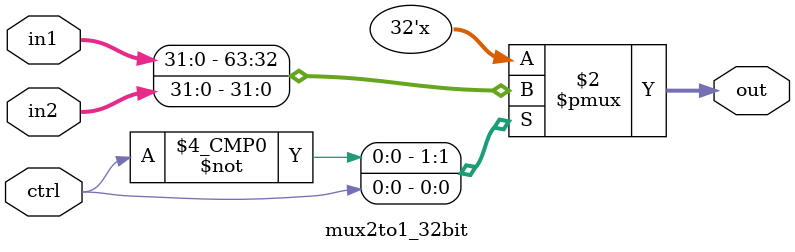
<source format=sv>
`timescale 1ns / 1ps
module mux2to1_32bit(out,ctrl,in1,in2);
input ctrl;
input [31:0]in1,in2;
output reg [31:0] out;

always @(*)
begin
case(ctrl)
1'b0:out=in1;
1'b1:out=in2;
endcase
end

endmodule

</source>
